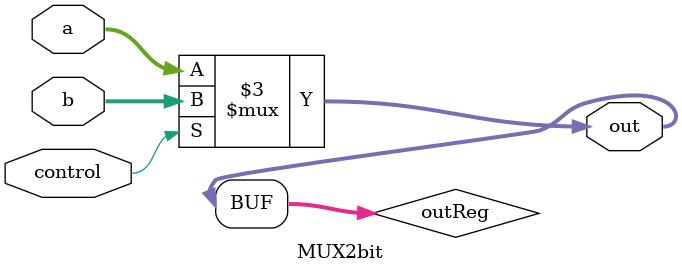
<source format=v>
`timescale 1ns / 1ps
module MUX2bit(
    input [1:0] a,
    input [1:0] b,
    input control,
    output [1:0] out
    );
	 
	 reg [1:0] outReg;
	 
	 assign out = outReg;
	 
	 always @(*) begin
		if(control) begin
			outReg=b;
		end
		else begin
			outReg=a;
		end
	 end

endmodule

</source>
